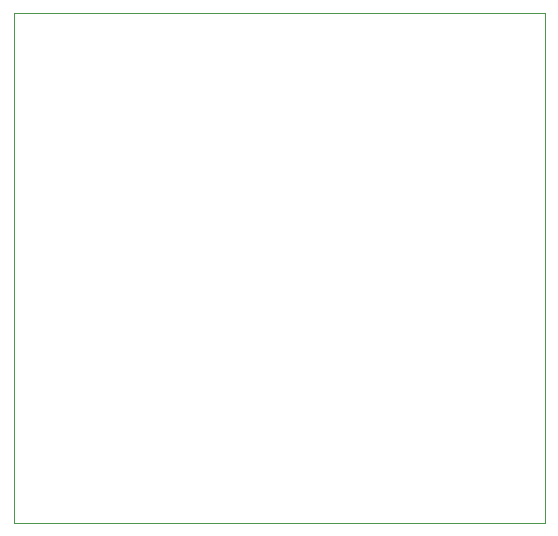
<source format=gm1>
G04 #@! TF.GenerationSoftware,KiCad,Pcbnew,5.1.12-84ad8e8a86~92~ubuntu20.04.1*
G04 #@! TF.CreationDate,2022-09-18T19:07:34-04:00*
G04 #@! TF.ProjectId,pal-dumper,70616c2d-6475-46d7-9065-722e6b696361,v1.0*
G04 #@! TF.SameCoordinates,Original*
G04 #@! TF.FileFunction,Profile,NP*
%FSLAX46Y46*%
G04 Gerber Fmt 4.6, Leading zero omitted, Abs format (unit mm)*
G04 Created by KiCad (PCBNEW 5.1.12-84ad8e8a86~92~ubuntu20.04.1) date 2022-09-18 19:07:34*
%MOMM*%
%LPD*%
G01*
G04 APERTURE LIST*
G04 #@! TA.AperFunction,Profile*
%ADD10C,0.050000*%
G04 #@! TD*
G04 APERTURE END LIST*
D10*
X113792000Y-116078000D02*
X113792000Y-72898000D01*
X158750000Y-116078000D02*
X113792000Y-116078000D01*
X158750000Y-72898000D02*
X158750000Y-116078000D01*
X113792000Y-72898000D02*
X158750000Y-72898000D01*
M02*

</source>
